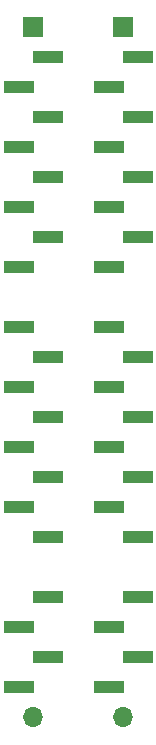
<source format=gbr>
G04 #@! TF.GenerationSoftware,KiCad,Pcbnew,9.0.6-9.0.6~ubuntu25.10.1*
G04 #@! TF.CreationDate,2025-11-15T18:36:26+09:00*
G04 #@! TF.ProjectId,bionic-kl5c80a12,62696f6e-6963-42d6-9b6c-356338306131,2*
G04 #@! TF.SameCoordinates,Original*
G04 #@! TF.FileFunction,Soldermask,Bot*
G04 #@! TF.FilePolarity,Negative*
%FSLAX46Y46*%
G04 Gerber Fmt 4.6, Leading zero omitted, Abs format (unit mm)*
G04 Created by KiCad (PCBNEW 9.0.6-9.0.6~ubuntu25.10.1) date 2025-11-15 18:36:26*
%MOMM*%
%LPD*%
G01*
G04 APERTURE LIST*
%ADD10R,1.700000X1.700000*%
%ADD11R,2.510000X1.000000*%
%ADD12O,1.700000X1.700000*%
G04 APERTURE END LIST*
D10*
X109915400Y-75080000D03*
D11*
X111160000Y-77620000D03*
X108670800Y-80160000D03*
X111160000Y-82700000D03*
X108670800Y-85240000D03*
X111160000Y-87780000D03*
X108670800Y-90320000D03*
X111160000Y-92860000D03*
X108670800Y-95400000D03*
X108670800Y-100480000D03*
X111160000Y-103020000D03*
X108670800Y-105560000D03*
X111160000Y-108100000D03*
X108670800Y-110640000D03*
X111160000Y-113180000D03*
X108670800Y-115720000D03*
X111160000Y-118260000D03*
X111160000Y-123340000D03*
X108670800Y-125880000D03*
X111160000Y-128420000D03*
X108670800Y-130960000D03*
D12*
X109915400Y-133500000D03*
X117535400Y-133500000D03*
D11*
X116290800Y-130960000D03*
X118780000Y-128420000D03*
X116290800Y-125880000D03*
X118780000Y-123340000D03*
X118780000Y-118260000D03*
X116290800Y-115720000D03*
X118780000Y-113180000D03*
X116290800Y-110640000D03*
X118780000Y-108100000D03*
X116290800Y-105560000D03*
X118780000Y-103020000D03*
X116290800Y-100480000D03*
X116290800Y-95400000D03*
X118780000Y-92860000D03*
X116290800Y-90320000D03*
X118780000Y-87780000D03*
X116290800Y-85240000D03*
X118780000Y-82700000D03*
X116290800Y-80160000D03*
X118780000Y-77620000D03*
D10*
X117535400Y-75080000D03*
M02*

</source>
